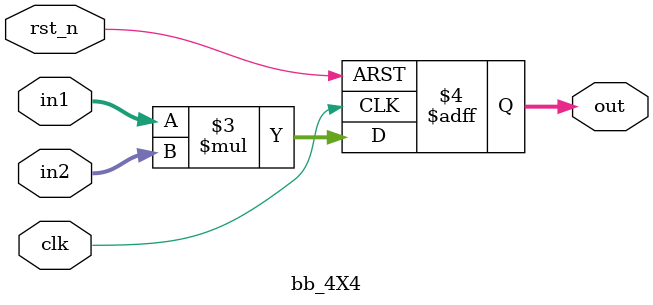
<source format=v>
module bb_4X4(
  input clk,
  input rst_n,
  input [3:0] in1,
  input [3:0] in2,
  output [7:0] out
);

reg [7:0] out;
always @ (posedge clk or negedge rst_n) begin
  if (rst_n == 1'b0) begin
    out <= 8'b0;
  end else begin
    out <= in1 * in2;
  end
end

endmodule

</source>
